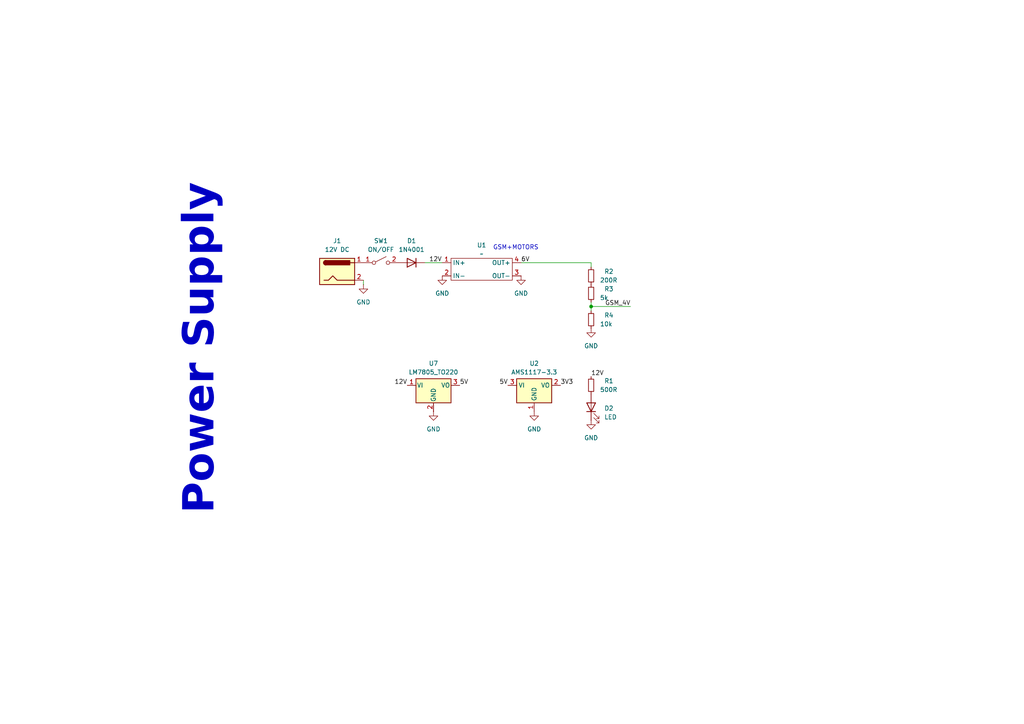
<source format=kicad_sch>
(kicad_sch (version 20231120) (generator "eeschema") (generator_version "8.0")
  (paper "A4")
  (title_block (title "Power Supply") (company "Spectrol Systems"))
  (lib_symbols
    (symbol "Connector:Barrel_Jack" (pin_names (offset 1.016))
      (property "Reference" "J" (at 0 5.334 0))
      (property "Value" "Barrel_Jack" (at 0 -5.08 0))
      (symbol "Barrel_Jack_0_1"
        (rectangle (start -5.08 3.81) (end 5.08 -3.81) (stroke (width 0.254)) (fill (type background)))
        (arc (start -3.302 3.175) (mid -3.9343 2.54) (end -3.302 1.905) (stroke (width 0.254)))
        (arc (start -3.302 3.175) (mid -3.9343 2.54) (end -3.302 1.905) (stroke (width 0.254)) (fill (type outline)))
        (polyline (pts (xy 5.08 2.54) (xy 3.81 2.54)) (stroke (width 0.254)))
        (polyline (pts (xy -3.81 -2.54) (xy -2.54 -2.54) (xy -1.27 -1.27) (xy 0 -2.54) (xy 2.54 -2.54) (xy 5.08 -2.54)) (stroke (width 0.254)))
        (rectangle (start 3.683 3.175) (end -3.302 1.905) (stroke (width 0.254)) (fill (type outline)))
      )
      (symbol "Barrel_Jack_1_1"
        (pin passive line (at 7.62 2.54 180) (length 2.54) (name "~") (number "1"))
        (pin passive line (at 7.62 -2.54 180) (length 2.54) (name "~") (number "2"))
      )
    )
    (symbol "Device:LED" (pin_numbers hide) (pin_names (offset 1.016) hide)
      (property "Reference" "D" (at 0 2.54 0))
      (property "Value" "LED" (at 0 -2.54 0))
      (symbol "LED_0_1"
        (polyline (pts (xy -1.27 -1.27) (xy -1.27 1.27)) (stroke (width 0.254)))
        (polyline (pts (xy -1.27 0) (xy 1.27 0)))
        (polyline (pts (xy 1.27 -1.27) (xy 1.27 1.27) (xy -1.27 0) (xy 1.27 -1.27)) (stroke (width 0.254)))
        (polyline (pts (xy -3.048 -0.762) (xy -4.572 -2.286) (xy -3.81 -2.286) (xy -4.572 -2.286) (xy -4.572 -1.524)))
        (polyline (pts (xy -1.778 -0.762) (xy -3.302 -2.286) (xy -2.54 -2.286) (xy -3.302 -2.286) (xy -3.302 -1.524)))
      )
      (symbol "LED_1_1"
        (pin passive line (at -3.81 0 0) (length 2.54) (name "K") (number "1"))
        (pin passive line (at 3.81 0 180) (length 2.54) (name "A") (number "2"))
      )
    )
    (symbol "Device:R_Small" (pin_numbers hide) (pin_names (offset 0.254) hide)
      (property "Reference" "R" (at 0.762 0.508 0))
      (property "Value" "R_Small" (at 0.762 -1.016 0))
      (symbol "R_Small_0_1"
        (rectangle (start -0.762 1.778) (end 0.762 -1.778) (stroke (width 0.2032)))
      )
      (symbol "R_Small_1_1"
        (pin passive line (at 0 2.54 270) (length 0.762) (name "~") (number "1"))
        (pin passive line (at 0 -2.54 90) (length 0.762) (name "~") (number "2"))
      )
    )
    (symbol "Diode:1N4001" (pin_numbers hide) (pin_names hide)
      (property "Reference" "D" (at 0 2.54 0))
      (property "Value" "1N4001" (at 0 -2.54 0))
      (symbol "1N4001_0_1"
        (polyline (pts (xy -1.27 1.27) (xy -1.27 -1.27)) (stroke (width 0.254)))
        (polyline (pts (xy 1.27 0) (xy -1.27 0)))
        (polyline (pts (xy 1.27 1.27) (xy 1.27 -1.27) (xy -1.27 0) (xy 1.27 1.27)) (stroke (width 0.254)))
      )
      (symbol "1N4001_1_1"
        (pin passive line (at -3.81 0 0) (length 2.54) (name "K") (number "1"))
        (pin passive line (at 3.81 0 180) (length 2.54) (name "A") (number "2"))
      )
    )
    (symbol "Regulator_Linear:AMS1117-3.3"
      (property "Reference" "U" (at -3.81 3.175 0))
      (property "Value" "AMS1117-3.3" (at 0 3.175 0))
      (symbol "AMS1117-3.3_0_1"
        (rectangle (start -5.08 -5.08) (end 5.08 1.905) (stroke (width 0.254)) (fill (type background)))
      )
      (symbol "AMS1117-3.3_1_1"
        (pin power_in line (at 0 -7.62 90) (length 2.54) (name "GND") (number "1"))
        (pin power_out line (at 7.62 0 180) (length 2.54) (name "VO") (number "2"))
        (pin power_in line (at -7.62 0 0) (length 2.54) (name "VI") (number "3"))
      )
    )
    (symbol "Regulator_Linear:LM7805_TO220" (pin_names (offset 0.254))
      (property "Reference" "U" (at -3.81 3.175 0))
      (property "Value" "LM7805_TO220" (at 0 3.175 0))
      (symbol "LM7805_TO220_0_1"
        (rectangle (start -5.08 1.905) (end 5.08 -5.08) (stroke (width 0.254)) (fill (type background)))
      )
      (symbol "LM7805_TO220_1_1"
        (pin power_in line (at -7.62 0 0) (length 2.54) (name "VI") (number "1"))
        (pin power_in line (at 0 -7.62 90) (length 2.54) (name "GND") (number "2"))
        (pin power_out line (at 7.62 0 180) (length 2.54) (name "VO") (number "3"))
      )
    )
    (symbol "Switch:SW_SPST" (pin_names (offset 0) hide)
      (property "Reference" "SW" (at 0 3.175 0))
      (property "Value" "SW_SPST" (at 0 -2.54 0))
      (symbol "SW_SPST_0_0"
        (circle (center -2.032 0) (radius 0.508))
        (polyline (pts (xy -1.524 0.254) (xy 1.524 1.778)))
        (circle (center 2.032 0) (radius 0.508))
      )
      (symbol "SW_SPST_1_1"
        (pin passive line (at -5.08 0 0) (length 2.54) (name "A") (number "1"))
        (pin passive line (at 5.08 0 180) (length 2.54) (name "B") (number "2"))
      )
    )
    (symbol "my-modules:LM2596-BUCK"
      (property "Reference" "U" (at 8.89 1.016 0))
      (symbol "LM2596-BUCK_0_1"
        (rectangle (start 0 0) (end 17.78 -6.35))
      )
      (symbol "LM2596-BUCK_1_1"
        (pin input line (at -2.54 -1.27 0) (length 2.54) (name "IN+") (number "1"))
        (pin input line (at -2.54 -5.08 0) (length 2.54) (name "IN-") (number "2"))
        (pin input line (at 20.32 -5.08 180) (length 2.54) (name "OUT-") (number "3"))
        (pin input line (at 20.32 -1.27 180) (length 2.54) (name "OUT+") (number "4"))
      )
    )
    (symbol "power:GND" (power) (pin_numbers hide) (pin_names (offset 0) hide)
      (property "Value" "GND" (at 0 -3.81 0))
      (symbol "GND_0_1"
        (polyline (pts (xy 0 0) (xy 0 -1.27) (xy 1.27 -1.27) (xy 0 -2.54) (xy -1.27 -1.27) (xy 0 -1.27)))
      )
      (symbol "GND_1_1"
        (pin power_in line (at 0 0 270) (length 0) (name "~") (number "1"))
      )
    )
  )
  (junction (at 171.45 88.9))
  (wire (pts (xy 123.19 76.2) (xy 128.27 76.2)))
  (wire (pts (xy 105.41 82.55) (xy 105.41 81.28)))
  (wire (pts (xy 171.45 76.2) (xy 151.13 76.2)))
  (wire (pts (xy 171.45 88.9) (xy 171.45 90.17)))
  (wire (pts (xy 171.45 88.9) (xy 182.88 88.9)))
  (wire (pts (xy 171.45 77.47) (xy 171.45 76.2)))
  (wire (pts (xy 171.45 87.63) (xy 171.45 88.9)))
  (text "GSM+MOTORS\n" (at 149.606 71.882 0) (effects (font (size 1.27 1.27))))
  (text "Power Supply" (at 60.452 101.092 90) (effects (font (size 8.89 8.89) (thickness 1.778) (bold yes))))
  (label "5V" (at 147.32 111.76 180))
  (label "12V" (at 124.46 76.2 0))
  (label "GSM_4V" (at 182.88 88.9 180))
  (label "12V" (at 171.45 109.22 0))
  (label "5V" (at 133.35 111.76 0))
  (label "6V" (at 151.13 76.2 0))
  (label "3V3" (at 162.56 111.76 0))
  (label "12V" (at 118.11 111.76 180))
  (symbol (lib_id "Device:LED") (at 171.45 118.11 90) (unit 1)
    (property "Reference" "D2" (at 175.26 118.4274 90) (effects (justify right)))
    (property "Value" "LED" (at 175.26 120.9674 90) (effects (justify right)))
    (property "Footprint" "LED_THT:LED_D3.0mm" (effects (hide yes)))
    (property "Description" "Light emitting diode" (effects (hide yes)))
  )
  (symbol (lib_id "Connector:Barrel_Jack") (at 97.79 78.74 0) (unit 1)
    (property "Reference" "J1" (at 97.79 69.85 0))
    (property "Value" "12V DC" (at 97.79 72.39 0))
    (property "Footprint" "Connector_BarrelJack:BarrelJack_Kycon_KLDX-0202-xC_Horizontal" (effects (hide yes)))
    (property "Description" "DC Barrel Jack" (effects (hide yes)))
  )
  (symbol (lib_id "Switch:SW_SPST") (at 110.49 76.2 0) (unit 1)
    (property "Reference" "SW1" (at 110.49 69.85 0))
    (property "Value" "ON/OFF" (at 110.49 72.39 0))
    (property "Footprint" "Button_Switch_THT:SW_Push_2P2T_Toggle_CK_PVA2OAH5xxxxxxV2" (effects (hide yes)))
    (property "Description" "Single Pole Single Throw (SPST) switch" (effects (hide yes)))
  )
  (symbol (lib_id "Device:R_Small") (at 171.45 80.01 0) (unit 1)
    (property "Reference" "R2" (at 175.26 78.7399 0) (effects (justify left)))
    (property "Value" "200R" (at 173.99 81.2799 0) (effects (justify left)))
    (property "Footprint" "Resistor_THT:R_Axial_DIN0309_L9.0mm_D3.2mm_P15.24mm_Horizontal" (effects (hide yes)))
    (property "Description" "Resistor, small symbol" (effects (hide yes)))
  )
  (symbol (lib_id "my-modules:LM2596-BUCK") (at 130.81 74.93 0) (unit 1)
    (property "Reference" "U1" (at 139.7 71.12 0))
    (property "Value" "~" (at 139.7 73.66 0))
    (property "Footprint" "my-modules:LM2596-BUCK-CONVERTER" (effects (hide yes)))
  )
  (symbol (lib_id "power:GND") (at 151.13 80.01 0) (unit 1)
    (property "Reference" "#PWR05" (effects (hide yes)))
    (property "Value" "GND" (at 151.13 85.09 0))
    (property "Description" "Power symbol creates a global label with name \"GND\" , ground" (effects (hide yes)))
  )
  (symbol (lib_id "power:GND") (at 105.41 82.55 0) (unit 1)
    (property "Reference" "#PWR01" (effects (hide yes)))
    (property "Value" "GND" (at 105.41 87.63 0))
    (property "Description" "Power symbol creates a global label with name \"GND\" , ground" (effects (hide yes)))
  )
  (symbol (lib_id "Diode:1N4001") (at 119.38 76.2 180) (unit 1)
    (property "Reference" "D1" (at 119.38 69.85 0))
    (property "Value" "1N4001" (at 119.38 72.39 0))
    (property "Footprint" "Diode_THT:D_DO-41_SOD81_P10.16mm_Horizontal" (effects (hide yes)))
    (property "Datasheet" "http://www.vishay.com/docs/88503/1n4001.pdf" (effects (hide yes)))
    (property "Description" "50V 1A General Purpose Rectifier Diode, DO-41" (effects (hide yes)))
    (property "Sim.Device" "D" (effects (hide yes)))
    (property "Sim.Pins" "1=K 2=A" (effects (hide yes)))
  )
  (symbol (lib_id "power:GND") (at 128.27 80.01 0) (unit 1)
    (property "Reference" "#PWR02" (effects (hide yes)))
    (property "Value" "GND" (at 128.27 85.09 0))
    (property "Description" "Power symbol creates a global label with name \"GND\" , ground" (effects (hide yes)))
  )
  (symbol (lib_id "Regulator_Linear:AMS1117-3.3") (at 154.94 111.76 0) (unit 1)
    (property "Reference" "U2" (at 154.94 105.41 0))
    (property "Value" "AMS1117-3.3" (at 154.94 107.95 0))
    (property "Footprint" "Package_TO_SOT_SMD:SOT-223-3_TabPin2" (effects (hide yes)))
    (property "Datasheet" "http://www.advanced-monolithic.com/pdf/ds1117.pdf" (effects (hide yes)))
    (property "Description" "1A Low Dropout regulator, positive, 3.3V fixed output, SOT-223" (effects (hide yes)))
  )
  (symbol (lib_id "Device:R_Small") (at 171.45 92.71 0) (unit 1)
    (property "Reference" "R4" (at 175.26 91.4399 0) (effects (justify left)))
    (property "Value" "10k" (at 173.99 93.9799 0) (effects (justify left)))
    (property "Footprint" "Resistor_THT:R_Axial_DIN0309_L9.0mm_D3.2mm_P15.24mm_Horizontal" (effects (hide yes)))
    (property "Description" "Resistor, small symbol" (effects (hide yes)))
  )
  (symbol (lib_id "Regulator_Linear:LM7805_TO220") (at 125.73 111.76 0) (unit 1)
    (property "Reference" "U7" (at 125.73 105.41 0))
    (property "Value" "LM7805_TO220" (at 125.73 107.95 0))
    (property "Footprint" "Package_TO_SOT_THT:TO-220-3_Vertical" (effects (hide yes)))
    (property "Datasheet" "https://www.onsemi.cn/PowerSolutions/document/MC7800-D.PDF" (effects (hide yes)))
    (property "Description" "Positive 1A 35V Linear Regulator, Fixed Output 5V, TO-220" (effects (hide yes)))
  )
  (symbol (lib_id "power:GND") (at 125.73 119.38 0) (unit 1)
    (property "Reference" "#PWR012" (effects (hide yes)))
    (property "Value" "GND" (at 125.73 124.46 0))
    (property "Description" "Power symbol creates a global label with name \"GND\" , ground" (effects (hide yes)))
  )
  (symbol (lib_id "Device:R_Small") (at 171.45 85.09 0) (unit 1)
    (property "Reference" "R3" (at 175.26 83.8199 0) (effects (justify left)))
    (property "Value" "5k" (at 173.99 86.3599 0) (effects (justify left)))
    (property "Footprint" "Resistor_THT:R_Axial_DIN0309_L9.0mm_D3.2mm_P15.24mm_Horizontal" (effects (hide yes)))
    (property "Description" "Resistor, small symbol" (effects (hide yes)))
  )
  (symbol (lib_id "power:GND") (at 171.45 121.92 0) (unit 1)
    (property "Reference" "#PWR04" (effects (hide yes)))
    (property "Value" "GND" (at 171.45 127 0))
    (property "Description" "Power symbol creates a global label with name \"GND\" , ground" (effects (hide yes)))
  )
  (symbol (lib_id "power:GND") (at 154.94 119.38 0) (unit 1)
    (property "Reference" "#PWR03" (effects (hide yes)))
    (property "Value" "GND" (at 154.94 124.46 0))
    (property "Description" "Power symbol creates a global label with name \"GND\" , ground" (effects (hide yes)))
  )
  (symbol (lib_id "Device:R_Small") (at 171.45 111.76 0) (unit 1)
    (property "Reference" "R1" (at 175.26 110.4899 0) (effects (justify left)))
    (property "Value" "500R" (at 173.99 113.0299 0) (effects (justify left)))
    (property "Footprint" "Resistor_THT:R_Axial_DIN0309_L9.0mm_D3.2mm_P15.24mm_Horizontal" (effects (hide yes)))
    (property "Description" "Resistor, small symbol" (effects (hide yes)))
  )
  (symbol (lib_id "power:GND") (at 171.45 95.25 0) (unit 1)
    (property "Reference" "#PWR06" (effects (hide yes)))
    (property "Value" "GND" (at 171.45 100.33 0))
    (property "Description" "Power symbol creates a global label with name \"GND\" , ground" (effects (hide yes)))
  )
)
</source>
